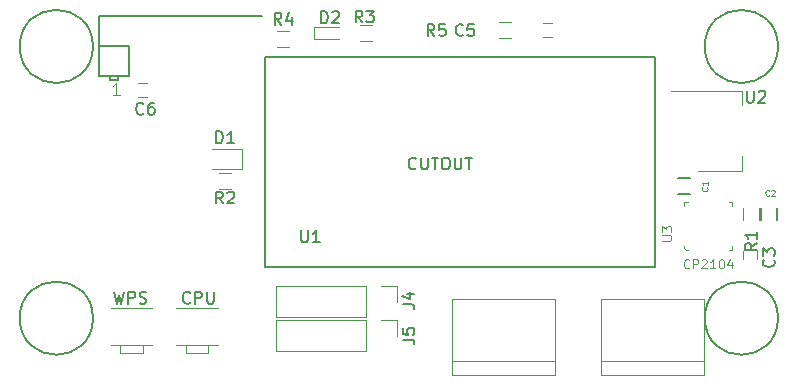
<source format=gbr>
G04 #@! TF.FileFunction,Legend,Top*
%FSLAX46Y46*%
G04 Gerber Fmt 4.6, Leading zero omitted, Abs format (unit mm)*
G04 Created by KiCad (PCBNEW 4.0.7) date 12/12/18 10:49:55*
%MOMM*%
%LPD*%
G01*
G04 APERTURE LIST*
%ADD10C,0.100000*%
%ADD11C,0.120000*%
%ADD12C,0.150000*%
%ADD13C,0.101600*%
%ADD14C,0.127000*%
%ADD15C,0.125000*%
G04 APERTURE END LIST*
D10*
D11*
X210088400Y-89058800D02*
X210088400Y-87798800D01*
X210088400Y-82238800D02*
X210088400Y-83498800D01*
X206328400Y-89058800D02*
X210088400Y-89058800D01*
X204078400Y-82238800D02*
X210088400Y-82238800D01*
D12*
X204630400Y-89622000D02*
X205630400Y-89622000D01*
X205630400Y-90972000D02*
X204630400Y-90972000D01*
X211694400Y-93210000D02*
X211694400Y-92210000D01*
X213044400Y-92210000D02*
X213044400Y-93210000D01*
D11*
X167692200Y-88861000D02*
X167692200Y-87161000D01*
X167692200Y-87161000D02*
X165142200Y-87161000D01*
X167692200Y-88861000D02*
X165142200Y-88861000D01*
X211525400Y-92210000D02*
X211525400Y-93210000D01*
X210165400Y-93210000D02*
X210165400Y-92210000D01*
X165768400Y-89210600D02*
X166768400Y-89210600D01*
X166768400Y-90570600D02*
X165768400Y-90570600D01*
X159325600Y-103785000D02*
X159325600Y-104435000D01*
X159325600Y-104435000D02*
X157425600Y-104435000D01*
X157425600Y-104435000D02*
X157425600Y-103785000D01*
X156625600Y-100685000D02*
X160125600Y-100685000D01*
X160125600Y-103785000D02*
X156625600Y-103785000D01*
X164862800Y-103785000D02*
X164862800Y-104435000D01*
X164862800Y-104435000D02*
X162962800Y-104435000D01*
X162962800Y-104435000D02*
X162962800Y-103785000D01*
X162162800Y-100685000D02*
X165662800Y-100685000D01*
X165662800Y-103785000D02*
X162162800Y-103785000D01*
D13*
X205155800Y-95427800D02*
X205155800Y-95580200D01*
X205155800Y-95580200D02*
X205308200Y-95732600D01*
X205308200Y-95732600D02*
X205460600Y-95732600D01*
X205155800Y-91668600D02*
X205155800Y-91973400D01*
X205155800Y-91668600D02*
X205460600Y-91668600D01*
X209219800Y-91668600D02*
X208915000Y-91668600D01*
X209219800Y-91668600D02*
X209219800Y-91973400D01*
X209219800Y-95732600D02*
X208915000Y-95732600D01*
X209219800Y-95732600D02*
X209219800Y-95427800D01*
D11*
X173794900Y-76843000D02*
X173794900Y-77843000D01*
X173794900Y-77843000D02*
X175894900Y-77843000D01*
X173794900Y-76843000D02*
X175894900Y-76843000D01*
X178706400Y-78023000D02*
X177706400Y-78023000D01*
X177706400Y-76663000D02*
X178706400Y-76663000D01*
X193923400Y-77689000D02*
X193223400Y-77689000D01*
X193223400Y-76489000D02*
X193923400Y-76489000D01*
X210118400Y-96489000D02*
X210118400Y-95789000D01*
X211318400Y-95789000D02*
X211318400Y-96489000D01*
X159633400Y-82769000D02*
X158933400Y-82769000D01*
X158933400Y-81569000D02*
X159633400Y-81569000D01*
X170577200Y-98771400D02*
X170577200Y-101431400D01*
X178257200Y-98771400D02*
X170577200Y-98771400D01*
X178257200Y-101431400D02*
X170577200Y-101431400D01*
X178257200Y-98771400D02*
X178257200Y-101431400D01*
X179527200Y-98771400D02*
X180857200Y-98771400D01*
X180857200Y-98771400D02*
X180857200Y-100101400D01*
X185538400Y-106331500D02*
X194238400Y-106331500D01*
X185538400Y-99921500D02*
X194238400Y-99921500D01*
X194238400Y-99921500D02*
X194238400Y-106331500D01*
X194238400Y-105101500D02*
X185538400Y-105101500D01*
X185538400Y-106331500D02*
X185538400Y-99921500D01*
X198138400Y-106331500D02*
X206838400Y-106331500D01*
X198138400Y-99921500D02*
X206838400Y-99921500D01*
X206838400Y-99921500D02*
X206838400Y-106331500D01*
X206838400Y-105101500D02*
X198138400Y-105101500D01*
X198138400Y-106331500D02*
X198138400Y-99921500D01*
D12*
X169672000Y-97155000D02*
X202692000Y-97155000D01*
X202692000Y-97155000D02*
X202692000Y-79375000D01*
X202692000Y-79375000D02*
X169672000Y-79375000D01*
X169672000Y-79375000D02*
X169672000Y-97155000D01*
D11*
X170577200Y-101667000D02*
X170577200Y-104327000D01*
X178257200Y-101667000D02*
X170577200Y-101667000D01*
X178257200Y-104327000D02*
X170577200Y-104327000D01*
X178257200Y-101667000D02*
X178257200Y-104327000D01*
X179527200Y-101667000D02*
X180857200Y-101667000D01*
X180857200Y-101667000D02*
X180857200Y-102997000D01*
X190466400Y-77769000D02*
X189466400Y-77769000D01*
X189466400Y-76409000D02*
X190466400Y-76409000D01*
X171721400Y-78531000D02*
X170721400Y-78531000D01*
X170721400Y-77171000D02*
X171721400Y-77171000D01*
D14*
X155600400Y-75963780D02*
X155600400Y-78503780D01*
X155600400Y-78503780D02*
X155600400Y-81043780D01*
X155600400Y-81043780D02*
X156552900Y-81043780D01*
X156552900Y-81043780D02*
X157187900Y-81043780D01*
X157187900Y-81043780D02*
X158140400Y-81043780D01*
X169400400Y-75963780D02*
X155600400Y-75963780D01*
X155600400Y-78503780D02*
X158140400Y-78503780D01*
X158140400Y-78503780D02*
X158140400Y-81043780D01*
X156552900Y-81043780D02*
X156552900Y-81361280D01*
X156552900Y-81361280D02*
X157187900Y-81361280D01*
X157187900Y-81361280D02*
X157187900Y-81043780D01*
X155097480Y-101506020D02*
G75*
G03X155097480Y-101506020I-3098800J0D01*
G01*
X213098380Y-101506020D02*
G75*
G03X213098380Y-101506020I-3098800J0D01*
G01*
X213098380Y-78503780D02*
G75*
G03X213098380Y-78503780I-3098800J0D01*
G01*
X155097480Y-78503780D02*
G75*
G03X155097480Y-78503780I-3098800J0D01*
G01*
D12*
X210464495Y-82256381D02*
X210464495Y-83065905D01*
X210512114Y-83161143D01*
X210559733Y-83208762D01*
X210654971Y-83256381D01*
X210845448Y-83256381D01*
X210940686Y-83208762D01*
X210988305Y-83161143D01*
X211035924Y-83065905D01*
X211035924Y-82256381D01*
X211464495Y-82351619D02*
X211512114Y-82304000D01*
X211607352Y-82256381D01*
X211845448Y-82256381D01*
X211940686Y-82304000D01*
X211988305Y-82351619D01*
X212035924Y-82446857D01*
X212035924Y-82542095D01*
X211988305Y-82684952D01*
X211416876Y-83256381D01*
X212035924Y-83256381D01*
D15*
X207086971Y-90441333D02*
X207110781Y-90465143D01*
X207134590Y-90536571D01*
X207134590Y-90584190D01*
X207110781Y-90655619D01*
X207063162Y-90703238D01*
X207015543Y-90727047D01*
X206920305Y-90750857D01*
X206848876Y-90750857D01*
X206753638Y-90727047D01*
X206706019Y-90703238D01*
X206658400Y-90655619D01*
X206634590Y-90584190D01*
X206634590Y-90536571D01*
X206658400Y-90465143D01*
X206682210Y-90441333D01*
X207134590Y-89965143D02*
X207134590Y-90250857D01*
X207134590Y-90108000D02*
X206634590Y-90108000D01*
X206706019Y-90155619D01*
X206753638Y-90203238D01*
X206777448Y-90250857D01*
X212347067Y-91110571D02*
X212323257Y-91134381D01*
X212251829Y-91158190D01*
X212204210Y-91158190D01*
X212132781Y-91134381D01*
X212085162Y-91086762D01*
X212061353Y-91039143D01*
X212037543Y-90943905D01*
X212037543Y-90872476D01*
X212061353Y-90777238D01*
X212085162Y-90729619D01*
X212132781Y-90682000D01*
X212204210Y-90658190D01*
X212251829Y-90658190D01*
X212323257Y-90682000D01*
X212347067Y-90705810D01*
X212537543Y-90705810D02*
X212561353Y-90682000D01*
X212608972Y-90658190D01*
X212728019Y-90658190D01*
X212775638Y-90682000D01*
X212799448Y-90705810D01*
X212823257Y-90753429D01*
X212823257Y-90801048D01*
X212799448Y-90872476D01*
X212513734Y-91158190D01*
X212823257Y-91158190D01*
D12*
X165530305Y-86685381D02*
X165530305Y-85685381D01*
X165768400Y-85685381D01*
X165911258Y-85733000D01*
X166006496Y-85828238D01*
X166054115Y-85923476D01*
X166101734Y-86113952D01*
X166101734Y-86256810D01*
X166054115Y-86447286D01*
X166006496Y-86542524D01*
X165911258Y-86637762D01*
X165768400Y-86685381D01*
X165530305Y-86685381D01*
X167054115Y-86685381D02*
X166482686Y-86685381D01*
X166768400Y-86685381D02*
X166768400Y-85685381D01*
X166673162Y-85828238D01*
X166577924Y-85923476D01*
X166482686Y-85971095D01*
X211297781Y-95162666D02*
X210821590Y-95496000D01*
X211297781Y-95734095D02*
X210297781Y-95734095D01*
X210297781Y-95353142D01*
X210345400Y-95257904D01*
X210393019Y-95210285D01*
X210488257Y-95162666D01*
X210631114Y-95162666D01*
X210726352Y-95210285D01*
X210773971Y-95257904D01*
X210821590Y-95353142D01*
X210821590Y-95734095D01*
X211297781Y-94210285D02*
X211297781Y-94781714D01*
X211297781Y-94496000D02*
X210297781Y-94496000D01*
X210440638Y-94591238D01*
X210535876Y-94686476D01*
X210583495Y-94781714D01*
X166101734Y-91792981D02*
X165768400Y-91316790D01*
X165530305Y-91792981D02*
X165530305Y-90792981D01*
X165911258Y-90792981D01*
X166006496Y-90840600D01*
X166054115Y-90888219D01*
X166101734Y-90983457D01*
X166101734Y-91126314D01*
X166054115Y-91221552D01*
X166006496Y-91269171D01*
X165911258Y-91316790D01*
X165530305Y-91316790D01*
X166482686Y-90888219D02*
X166530305Y-90840600D01*
X166625543Y-90792981D01*
X166863639Y-90792981D01*
X166958877Y-90840600D01*
X167006496Y-90888219D01*
X167054115Y-90983457D01*
X167054115Y-91078695D01*
X167006496Y-91221552D01*
X166435067Y-91792981D01*
X167054115Y-91792981D01*
X156862638Y-99274381D02*
X157100733Y-100274381D01*
X157291210Y-99560095D01*
X157481686Y-100274381D01*
X157719781Y-99274381D01*
X158100733Y-100274381D02*
X158100733Y-99274381D01*
X158481686Y-99274381D01*
X158576924Y-99322000D01*
X158624543Y-99369619D01*
X158672162Y-99464857D01*
X158672162Y-99607714D01*
X158624543Y-99702952D01*
X158576924Y-99750571D01*
X158481686Y-99798190D01*
X158100733Y-99798190D01*
X159053114Y-100226762D02*
X159195971Y-100274381D01*
X159434067Y-100274381D01*
X159529305Y-100226762D01*
X159576924Y-100179143D01*
X159624543Y-100083905D01*
X159624543Y-99988667D01*
X159576924Y-99893429D01*
X159529305Y-99845810D01*
X159434067Y-99798190D01*
X159243590Y-99750571D01*
X159148352Y-99702952D01*
X159100733Y-99655333D01*
X159053114Y-99560095D01*
X159053114Y-99464857D01*
X159100733Y-99369619D01*
X159148352Y-99322000D01*
X159243590Y-99274381D01*
X159481686Y-99274381D01*
X159624543Y-99322000D01*
X163331615Y-100179143D02*
X163283996Y-100226762D01*
X163141139Y-100274381D01*
X163045901Y-100274381D01*
X162903043Y-100226762D01*
X162807805Y-100131524D01*
X162760186Y-100036286D01*
X162712567Y-99845810D01*
X162712567Y-99702952D01*
X162760186Y-99512476D01*
X162807805Y-99417238D01*
X162903043Y-99322000D01*
X163045901Y-99274381D01*
X163141139Y-99274381D01*
X163283996Y-99322000D01*
X163331615Y-99369619D01*
X163760186Y-100274381D02*
X163760186Y-99274381D01*
X164141139Y-99274381D01*
X164236377Y-99322000D01*
X164283996Y-99369619D01*
X164331615Y-99464857D01*
X164331615Y-99607714D01*
X164283996Y-99702952D01*
X164236377Y-99750571D01*
X164141139Y-99798190D01*
X163760186Y-99798190D01*
X164760186Y-99274381D02*
X164760186Y-100083905D01*
X164807805Y-100179143D01*
X164855424Y-100226762D01*
X164950662Y-100274381D01*
X165141139Y-100274381D01*
X165236377Y-100226762D01*
X165283996Y-100179143D01*
X165331615Y-100083905D01*
X165331615Y-99274381D01*
D13*
X203316114Y-94941571D02*
X203932971Y-94941571D01*
X204005543Y-94905286D01*
X204041829Y-94869000D01*
X204078114Y-94796429D01*
X204078114Y-94651286D01*
X204041829Y-94578714D01*
X204005543Y-94542429D01*
X203932971Y-94506143D01*
X203316114Y-94506143D01*
X203316114Y-94215857D02*
X203316114Y-93744143D01*
X203606400Y-93998143D01*
X203606400Y-93889285D01*
X203642686Y-93816714D01*
X203678971Y-93780428D01*
X203751543Y-93744143D01*
X203932971Y-93744143D01*
X204005543Y-93780428D01*
X204041829Y-93816714D01*
X204078114Y-93889285D01*
X204078114Y-94107000D01*
X204041829Y-94179571D01*
X204005543Y-94215857D01*
X205591229Y-97223943D02*
X205554943Y-97260229D01*
X205446086Y-97296514D01*
X205373515Y-97296514D01*
X205264658Y-97260229D01*
X205192086Y-97187657D01*
X205155801Y-97115086D01*
X205119515Y-96969943D01*
X205119515Y-96861086D01*
X205155801Y-96715943D01*
X205192086Y-96643371D01*
X205264658Y-96570800D01*
X205373515Y-96534514D01*
X205446086Y-96534514D01*
X205554943Y-96570800D01*
X205591229Y-96607086D01*
X205917801Y-97296514D02*
X205917801Y-96534514D01*
X206208086Y-96534514D01*
X206280658Y-96570800D01*
X206316943Y-96607086D01*
X206353229Y-96679657D01*
X206353229Y-96788514D01*
X206316943Y-96861086D01*
X206280658Y-96897371D01*
X206208086Y-96933657D01*
X205917801Y-96933657D01*
X206643515Y-96607086D02*
X206679801Y-96570800D01*
X206752372Y-96534514D01*
X206933801Y-96534514D01*
X207006372Y-96570800D01*
X207042658Y-96607086D01*
X207078943Y-96679657D01*
X207078943Y-96752229D01*
X207042658Y-96861086D01*
X206607229Y-97296514D01*
X207078943Y-97296514D01*
X207804657Y-97296514D02*
X207369229Y-97296514D01*
X207586943Y-97296514D02*
X207586943Y-96534514D01*
X207514372Y-96643371D01*
X207441800Y-96715943D01*
X207369229Y-96752229D01*
X208276371Y-96534514D02*
X208348943Y-96534514D01*
X208421514Y-96570800D01*
X208457800Y-96607086D01*
X208494086Y-96679657D01*
X208530371Y-96824800D01*
X208530371Y-97006229D01*
X208494086Y-97151371D01*
X208457800Y-97223943D01*
X208421514Y-97260229D01*
X208348943Y-97296514D01*
X208276371Y-97296514D01*
X208203800Y-97260229D01*
X208167514Y-97223943D01*
X208131229Y-97151371D01*
X208094943Y-97006229D01*
X208094943Y-96824800D01*
X208131229Y-96679657D01*
X208167514Y-96607086D01*
X208203800Y-96570800D01*
X208276371Y-96534514D01*
X209183514Y-96788514D02*
X209183514Y-97296514D01*
X209002085Y-96498229D02*
X208820657Y-97042514D01*
X209292371Y-97042514D01*
D12*
X174420305Y-76525381D02*
X174420305Y-75525381D01*
X174658400Y-75525381D01*
X174801258Y-75573000D01*
X174896496Y-75668238D01*
X174944115Y-75763476D01*
X174991734Y-75953952D01*
X174991734Y-76096810D01*
X174944115Y-76287286D01*
X174896496Y-76382524D01*
X174801258Y-76477762D01*
X174658400Y-76525381D01*
X174420305Y-76525381D01*
X175372686Y-75620619D02*
X175420305Y-75573000D01*
X175515543Y-75525381D01*
X175753639Y-75525381D01*
X175848877Y-75573000D01*
X175896496Y-75620619D01*
X175944115Y-75715857D01*
X175944115Y-75811095D01*
X175896496Y-75953952D01*
X175325067Y-76525381D01*
X175944115Y-76525381D01*
X177912734Y-76461881D02*
X177579400Y-75985690D01*
X177341305Y-76461881D02*
X177341305Y-75461881D01*
X177722258Y-75461881D01*
X177817496Y-75509500D01*
X177865115Y-75557119D01*
X177912734Y-75652357D01*
X177912734Y-75795214D01*
X177865115Y-75890452D01*
X177817496Y-75938071D01*
X177722258Y-75985690D01*
X177341305Y-75985690D01*
X178246067Y-75461881D02*
X178865115Y-75461881D01*
X178531781Y-75842833D01*
X178674639Y-75842833D01*
X178769877Y-75890452D01*
X178817496Y-75938071D01*
X178865115Y-76033310D01*
X178865115Y-76271405D01*
X178817496Y-76366643D01*
X178769877Y-76414262D01*
X178674639Y-76461881D01*
X178388924Y-76461881D01*
X178293686Y-76414262D01*
X178246067Y-76366643D01*
X186421734Y-77509643D02*
X186374115Y-77557262D01*
X186231258Y-77604881D01*
X186136020Y-77604881D01*
X185993162Y-77557262D01*
X185897924Y-77462024D01*
X185850305Y-77366786D01*
X185802686Y-77176310D01*
X185802686Y-77033452D01*
X185850305Y-76842976D01*
X185897924Y-76747738D01*
X185993162Y-76652500D01*
X186136020Y-76604881D01*
X186231258Y-76604881D01*
X186374115Y-76652500D01*
X186421734Y-76700119D01*
X187326496Y-76604881D02*
X186850305Y-76604881D01*
X186802686Y-77081071D01*
X186850305Y-77033452D01*
X186945543Y-76985833D01*
X187183639Y-76985833D01*
X187278877Y-77033452D01*
X187326496Y-77081071D01*
X187374115Y-77176310D01*
X187374115Y-77414405D01*
X187326496Y-77509643D01*
X187278877Y-77557262D01*
X187183639Y-77604881D01*
X186945543Y-77604881D01*
X186850305Y-77557262D01*
X186802686Y-77509643D01*
X212726543Y-96559666D02*
X212774162Y-96607285D01*
X212821781Y-96750142D01*
X212821781Y-96845380D01*
X212774162Y-96988238D01*
X212678924Y-97083476D01*
X212583686Y-97131095D01*
X212393210Y-97178714D01*
X212250352Y-97178714D01*
X212059876Y-97131095D01*
X211964638Y-97083476D01*
X211869400Y-96988238D01*
X211821781Y-96845380D01*
X211821781Y-96750142D01*
X211869400Y-96607285D01*
X211917019Y-96559666D01*
X211821781Y-96226333D02*
X211821781Y-95607285D01*
X212202733Y-95940619D01*
X212202733Y-95797761D01*
X212250352Y-95702523D01*
X212297971Y-95654904D01*
X212393210Y-95607285D01*
X212631305Y-95607285D01*
X212726543Y-95654904D01*
X212774162Y-95702523D01*
X212821781Y-95797761D01*
X212821781Y-96083476D01*
X212774162Y-96178714D01*
X212726543Y-96226333D01*
X159370734Y-84177143D02*
X159323115Y-84224762D01*
X159180258Y-84272381D01*
X159085020Y-84272381D01*
X158942162Y-84224762D01*
X158846924Y-84129524D01*
X158799305Y-84034286D01*
X158751686Y-83843810D01*
X158751686Y-83700952D01*
X158799305Y-83510476D01*
X158846924Y-83415238D01*
X158942162Y-83320000D01*
X159085020Y-83272381D01*
X159180258Y-83272381D01*
X159323115Y-83320000D01*
X159370734Y-83367619D01*
X160227877Y-83272381D02*
X160037400Y-83272381D01*
X159942162Y-83320000D01*
X159894543Y-83367619D01*
X159799305Y-83510476D01*
X159751686Y-83700952D01*
X159751686Y-84081905D01*
X159799305Y-84177143D01*
X159846924Y-84224762D01*
X159942162Y-84272381D01*
X160132639Y-84272381D01*
X160227877Y-84224762D01*
X160275496Y-84177143D01*
X160323115Y-84081905D01*
X160323115Y-83843810D01*
X160275496Y-83748571D01*
X160227877Y-83700952D01*
X160132639Y-83653333D01*
X159942162Y-83653333D01*
X159846924Y-83700952D01*
X159799305Y-83748571D01*
X159751686Y-83843810D01*
X181316381Y-100333133D02*
X182030667Y-100333133D01*
X182173524Y-100380753D01*
X182268762Y-100475991D01*
X182316381Y-100618848D01*
X182316381Y-100714086D01*
X181649714Y-99428371D02*
X182316381Y-99428371D01*
X181268762Y-99666467D02*
X181983048Y-99904562D01*
X181983048Y-99285514D01*
X172720095Y-94067381D02*
X172720095Y-94876905D01*
X172767714Y-94972143D01*
X172815333Y-95019762D01*
X172910571Y-95067381D01*
X173101048Y-95067381D01*
X173196286Y-95019762D01*
X173243905Y-94972143D01*
X173291524Y-94876905D01*
X173291524Y-94067381D01*
X174291524Y-95067381D02*
X173720095Y-95067381D01*
X174005809Y-95067381D02*
X174005809Y-94067381D01*
X173910571Y-94210238D01*
X173815333Y-94305476D01*
X173720095Y-94353095D01*
X182443691Y-88812643D02*
X182396072Y-88860262D01*
X182253215Y-88907881D01*
X182157977Y-88907881D01*
X182015119Y-88860262D01*
X181919881Y-88765024D01*
X181872262Y-88669786D01*
X181824643Y-88479310D01*
X181824643Y-88336452D01*
X181872262Y-88145976D01*
X181919881Y-88050738D01*
X182015119Y-87955500D01*
X182157977Y-87907881D01*
X182253215Y-87907881D01*
X182396072Y-87955500D01*
X182443691Y-88003119D01*
X182872262Y-87907881D02*
X182872262Y-88717405D01*
X182919881Y-88812643D01*
X182967500Y-88860262D01*
X183062738Y-88907881D01*
X183253215Y-88907881D01*
X183348453Y-88860262D01*
X183396072Y-88812643D01*
X183443691Y-88717405D01*
X183443691Y-87907881D01*
X183777024Y-87907881D02*
X184348453Y-87907881D01*
X184062738Y-88907881D02*
X184062738Y-87907881D01*
X184872262Y-87907881D02*
X185062739Y-87907881D01*
X185157977Y-87955500D01*
X185253215Y-88050738D01*
X185300834Y-88241214D01*
X185300834Y-88574548D01*
X185253215Y-88765024D01*
X185157977Y-88860262D01*
X185062739Y-88907881D01*
X184872262Y-88907881D01*
X184777024Y-88860262D01*
X184681786Y-88765024D01*
X184634167Y-88574548D01*
X184634167Y-88241214D01*
X184681786Y-88050738D01*
X184777024Y-87955500D01*
X184872262Y-87907881D01*
X185729405Y-87907881D02*
X185729405Y-88717405D01*
X185777024Y-88812643D01*
X185824643Y-88860262D01*
X185919881Y-88907881D01*
X186110358Y-88907881D01*
X186205596Y-88860262D01*
X186253215Y-88812643D01*
X186300834Y-88717405D01*
X186300834Y-87907881D01*
X186634167Y-87907881D02*
X187205596Y-87907881D01*
X186919881Y-88907881D02*
X186919881Y-87907881D01*
X181309581Y-103330333D02*
X182023867Y-103330333D01*
X182166724Y-103377953D01*
X182261962Y-103473191D01*
X182309581Y-103616048D01*
X182309581Y-103711286D01*
X181309581Y-102377952D02*
X181309581Y-102854143D01*
X181785771Y-102901762D01*
X181738152Y-102854143D01*
X181690533Y-102758905D01*
X181690533Y-102520809D01*
X181738152Y-102425571D01*
X181785771Y-102377952D01*
X181881010Y-102330333D01*
X182119105Y-102330333D01*
X182214343Y-102377952D01*
X182261962Y-102425571D01*
X182309581Y-102520809D01*
X182309581Y-102758905D01*
X182261962Y-102854143D01*
X182214343Y-102901762D01*
X184008734Y-77604881D02*
X183675400Y-77128690D01*
X183437305Y-77604881D02*
X183437305Y-76604881D01*
X183818258Y-76604881D01*
X183913496Y-76652500D01*
X183961115Y-76700119D01*
X184008734Y-76795357D01*
X184008734Y-76938214D01*
X183961115Y-77033452D01*
X183913496Y-77081071D01*
X183818258Y-77128690D01*
X183437305Y-77128690D01*
X184913496Y-76604881D02*
X184437305Y-76604881D01*
X184389686Y-77081071D01*
X184437305Y-77033452D01*
X184532543Y-76985833D01*
X184770639Y-76985833D01*
X184865877Y-77033452D01*
X184913496Y-77081071D01*
X184961115Y-77176310D01*
X184961115Y-77414405D01*
X184913496Y-77509643D01*
X184865877Y-77557262D01*
X184770639Y-77604881D01*
X184532543Y-77604881D01*
X184437305Y-77557262D01*
X184389686Y-77509643D01*
X171054734Y-76652381D02*
X170721400Y-76176190D01*
X170483305Y-76652381D02*
X170483305Y-75652381D01*
X170864258Y-75652381D01*
X170959496Y-75700000D01*
X171007115Y-75747619D01*
X171054734Y-75842857D01*
X171054734Y-75985714D01*
X171007115Y-76080952D01*
X170959496Y-76128571D01*
X170864258Y-76176190D01*
X170483305Y-76176190D01*
X171911877Y-75985714D02*
X171911877Y-76652381D01*
X171673781Y-75604762D02*
X171435686Y-76319048D01*
X172054734Y-76319048D01*
D13*
X157351186Y-82582899D02*
X156770615Y-82582899D01*
X157060901Y-82582899D02*
X157060901Y-81566899D01*
X156964139Y-81712042D01*
X156867377Y-81808804D01*
X156770615Y-81857185D01*
M02*

</source>
